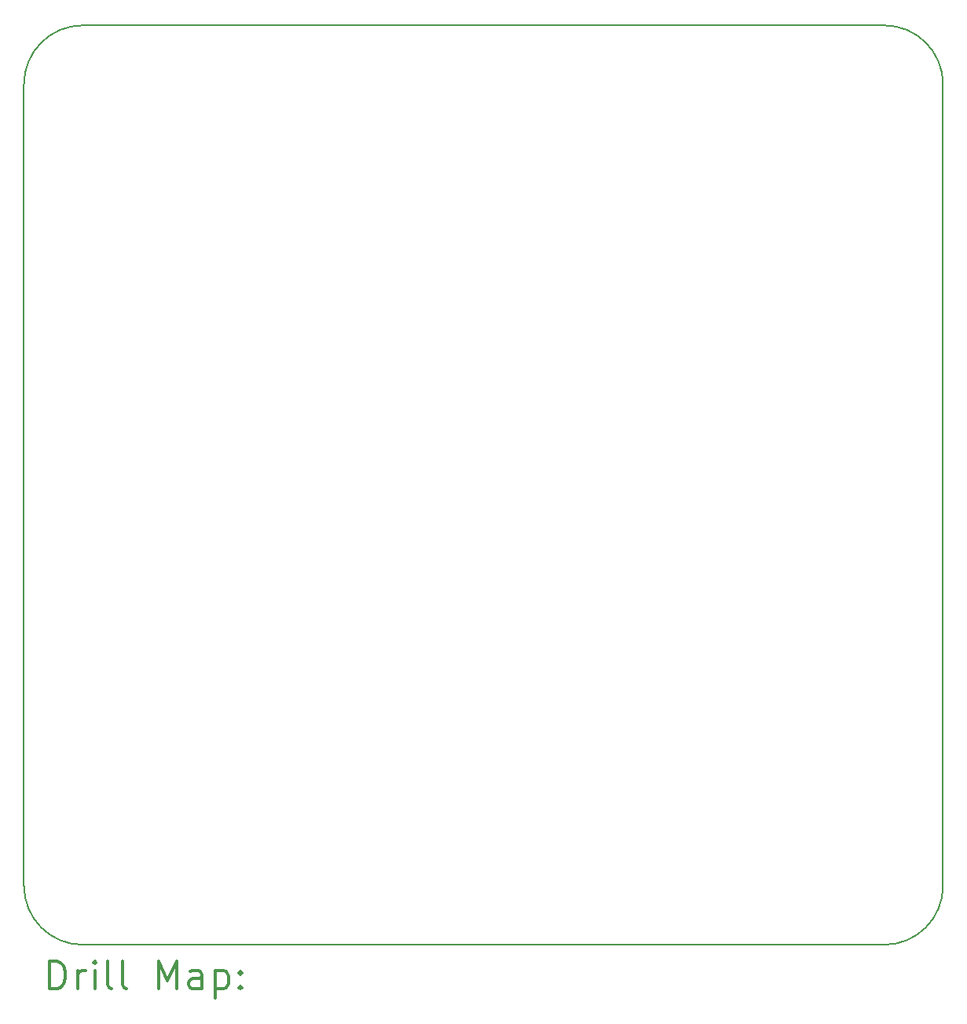
<source format=gbr>
%FSLAX45Y45*%
G04 Gerber Fmt 4.5, Leading zero omitted, Abs format (unit mm)*
G04 Created by KiCad (PCBNEW 5.99.0+really5.1.10+dfsg1-1) date 2022-04-29 12:03:13*
%MOMM*%
%LPD*%
G01*
G04 APERTURE LIST*
%TA.AperFunction,Profile*%
%ADD10C,0.200000*%
%TD*%
%ADD11C,0.200000*%
%ADD12C,0.300000*%
G04 APERTURE END LIST*
D10*
X18161000Y-13589000D02*
X9525000Y-13589000D01*
X18796000Y-4318000D02*
X18796000Y-12954000D01*
X9525000Y-3683000D02*
X18161000Y-3683000D01*
X8890000Y-12954000D02*
X8890000Y-4318000D01*
X9525000Y-13589000D02*
G75*
G02*
X8890000Y-12954000I0J635000D01*
G01*
X18796000Y-12954000D02*
G75*
G02*
X18161000Y-13589000I-635000J0D01*
G01*
X18161000Y-3683000D02*
G75*
G02*
X18796000Y-4318000I0J-635000D01*
G01*
X8890000Y-4318000D02*
G75*
G02*
X9525000Y-3683000I635000J0D01*
G01*
D11*
D12*
X9166428Y-14064714D02*
X9166428Y-13764714D01*
X9237857Y-13764714D01*
X9280714Y-13779000D01*
X9309286Y-13807571D01*
X9323571Y-13836143D01*
X9337857Y-13893286D01*
X9337857Y-13936143D01*
X9323571Y-13993286D01*
X9309286Y-14021857D01*
X9280714Y-14050429D01*
X9237857Y-14064714D01*
X9166428Y-14064714D01*
X9466428Y-14064714D02*
X9466428Y-13864714D01*
X9466428Y-13921857D02*
X9480714Y-13893286D01*
X9495000Y-13879000D01*
X9523571Y-13864714D01*
X9552143Y-13864714D01*
X9652143Y-14064714D02*
X9652143Y-13864714D01*
X9652143Y-13764714D02*
X9637857Y-13779000D01*
X9652143Y-13793286D01*
X9666428Y-13779000D01*
X9652143Y-13764714D01*
X9652143Y-13793286D01*
X9837857Y-14064714D02*
X9809286Y-14050429D01*
X9795000Y-14021857D01*
X9795000Y-13764714D01*
X9995000Y-14064714D02*
X9966428Y-14050429D01*
X9952143Y-14021857D01*
X9952143Y-13764714D01*
X10337857Y-14064714D02*
X10337857Y-13764714D01*
X10437857Y-13979000D01*
X10537857Y-13764714D01*
X10537857Y-14064714D01*
X10809286Y-14064714D02*
X10809286Y-13907571D01*
X10795000Y-13879000D01*
X10766428Y-13864714D01*
X10709286Y-13864714D01*
X10680714Y-13879000D01*
X10809286Y-14050429D02*
X10780714Y-14064714D01*
X10709286Y-14064714D01*
X10680714Y-14050429D01*
X10666428Y-14021857D01*
X10666428Y-13993286D01*
X10680714Y-13964714D01*
X10709286Y-13950429D01*
X10780714Y-13950429D01*
X10809286Y-13936143D01*
X10952143Y-13864714D02*
X10952143Y-14164714D01*
X10952143Y-13879000D02*
X10980714Y-13864714D01*
X11037857Y-13864714D01*
X11066428Y-13879000D01*
X11080714Y-13893286D01*
X11095000Y-13921857D01*
X11095000Y-14007571D01*
X11080714Y-14036143D01*
X11066428Y-14050429D01*
X11037857Y-14064714D01*
X10980714Y-14064714D01*
X10952143Y-14050429D01*
X11223571Y-14036143D02*
X11237857Y-14050429D01*
X11223571Y-14064714D01*
X11209286Y-14050429D01*
X11223571Y-14036143D01*
X11223571Y-14064714D01*
X11223571Y-13879000D02*
X11237857Y-13893286D01*
X11223571Y-13907571D01*
X11209286Y-13893286D01*
X11223571Y-13879000D01*
X11223571Y-13907571D01*
M02*

</source>
